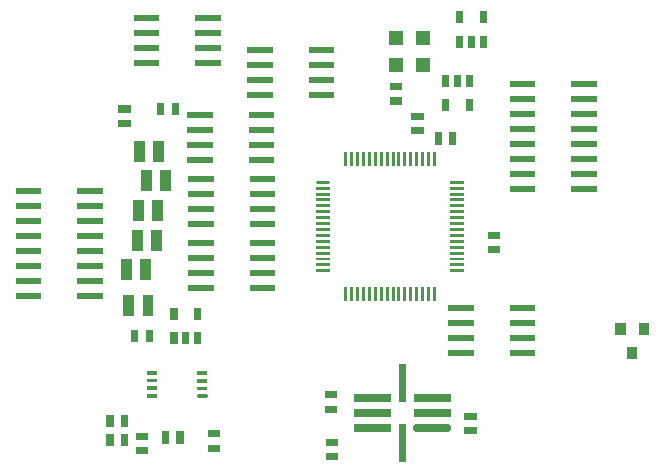
<source format=gbr>
G04 start of page 10 for group -4015 idx -4015
G04 Title: stribog.main_board, toppaste *
G04 Creator: pcb 20070208 *
G04 CreationDate: Sun Apr  6 09:45:45 2008 UTC *
G04 For: dti *
G04 Format: Gerber/RS-274X *
G04 PCB-Dimensions: 236220 157480 *
G04 PCB-Coordinate-Origin: lower left *
%MOIN*%
%FSLAX24Y24*%
%LNFRONTPASTE*%
%ADD15C,0.0250*%
%ADD16C,0.0098*%
%ADD20R,0.0240X0.0240*%
%ADD21R,0.0200X0.0200*%
%ADD26R,0.0340X0.0340*%
%ADD33C,0.0120*%
%ADD35R,0.0500X0.0500*%
%ADD36R,0.0360X0.0360*%
%ADD37R,0.0098X0.0098*%
%ADD38R,0.0250X0.0250*%
%ADD39R,0.0120X0.0120*%
G54D20*X4405Y1861D02*Y1681D01*
X4885Y1861D02*Y1681D01*
X4405Y1231D02*Y1051D01*
X4885Y1231D02*Y1051D01*
X6578Y12255D02*Y12075D01*
X6098Y12255D02*Y12075D01*
G54D26*X22204Y4872D02*Y4812D01*
X21424Y4872D02*Y4812D01*
X21814Y4052D02*Y3992D01*
G54D35*X13950Y14548D03*
Y13648D03*
G54D20*X14555Y11452D02*X14735D01*
X14555Y11932D02*X14735D01*
G54D35*X14850Y14548D03*
Y13648D03*
G54D20*X13847Y12437D02*X14027D01*
X13847Y12917D02*X14027D01*
G54D36*X5388Y10918D02*Y10578D01*
X6028Y10918D02*Y10578D01*
X5309Y7965D02*Y7625D01*
X5949Y7965D02*Y7625D01*
X5349Y8949D02*Y8609D01*
X5989Y8949D02*Y8609D01*
X4955Y6981D02*Y6641D01*
X5595Y6981D02*Y6641D01*
G54D21*X3416Y5927D02*X4066D01*
X3416Y6427D02*X4066D01*
X3416Y6927D02*X4066D01*
X3416Y7427D02*X4066D01*
X3416Y7927D02*X4066D01*
X3416Y8427D02*X4066D01*
X3416Y8927D02*X4066D01*
X3416Y9427D02*X4066D01*
X1366D02*X2016D01*
X1366Y8927D02*X2016D01*
X1366Y8427D02*X2016D01*
X1366Y7927D02*X2016D01*
X1366Y7427D02*X2016D01*
X1366Y6927D02*X2016D01*
X1366Y6427D02*X2016D01*
X1366Y5927D02*X2016D01*
G54D36*X5034Y5799D02*Y5459D01*
X5674Y5799D02*Y5459D01*
G54D20*X4791Y11689D02*X4971D01*
X4791Y12169D02*X4971D01*
G54D21*X7075Y11970D02*X7725D01*
X7075Y11470D02*X7725D01*
X7075Y10970D02*X7725D01*
X7075Y10470D02*X7725D01*
X9125D02*X9775D01*
X9125Y10970D02*X9775D01*
X9125Y11470D02*X9775D01*
X9125Y11970D02*X9775D01*
G54D20*X7784Y1342D02*X7964D01*
X7784Y862D02*X7964D01*
G54D21*X11132Y12635D02*X11782D01*
X11132Y13135D02*X11782D01*
X11132Y13635D02*X11782D01*
X11132Y14135D02*X11782D01*
X9082D02*X9732D01*
X9082Y13635D02*X9732D01*
X9082Y13135D02*X9732D01*
X9082Y12635D02*X9732D01*
X7353Y13698D02*X8003D01*
X7353Y14198D02*X8003D01*
X7353Y14698D02*X8003D01*
X7353Y15198D02*X8003D01*
X5303D02*X5953D01*
X5303Y14698D02*X5953D01*
X5303Y14198D02*X5953D01*
X5303Y13698D02*X5953D01*
G54D20*X16843Y15309D02*Y15149D01*
X16063Y15309D02*Y15149D01*
Y14489D02*Y14329D01*
X16453Y14489D02*Y14329D01*
X16843Y14489D02*Y14329D01*
X6736Y1310D02*Y1130D01*
X6256Y1310D02*Y1130D01*
G54D33*X7371Y2598D02*X7591D01*
G54D39*X7371Y2858D02*X7591D01*
X7371Y3108D02*X7591D01*
X7371Y3368D02*X7591D01*
X5701Y3378D02*X5921D01*
X5701Y3118D02*X5921D01*
X5701Y2868D02*X5921D01*
X5701Y2608D02*X5921D01*
G54D20*X15598Y12370D02*Y12210D01*
X16378Y12370D02*Y12210D01*
Y13190D02*Y13030D01*
X15988Y13190D02*Y13030D01*
X15598Y13190D02*Y13030D01*
X15830Y11271D02*Y11091D01*
X15350Y11271D02*Y11091D01*
G54D36*X5624Y9973D02*Y9633D01*
X6264Y9973D02*Y9633D01*
G54D21*X15775Y5553D02*X16425D01*
X15775Y5053D02*X16425D01*
X15775Y4553D02*X16425D01*
X15775Y4053D02*X16425D01*
X17825D02*X18475D01*
X17825Y4553D02*X18475D01*
X17825Y5053D02*X18475D01*
X17825Y5553D02*X18475D01*
G54D20*X11721Y586D02*X11901D01*
X11721Y1066D02*X11901D01*
G54D16*X11315Y9730D02*X11685D01*
G54D37*X11315Y9533D02*X11685D01*
X11315Y9336D02*X11685D01*
X11315Y9139D02*X11685D01*
X11315Y8943D02*X11685D01*
X11315Y8746D02*X11685D01*
X11315Y8549D02*X11685D01*
X11315Y8352D02*X11685D01*
X11315Y8155D02*X11685D01*
X11315Y7958D02*X11685D01*
X11315Y7761D02*X11685D01*
X11315Y7565D02*X11685D01*
X11315Y7368D02*X11685D01*
X11315Y7171D02*X11685D01*
X11315Y6974D02*X11685D01*
X11315Y6777D02*X11685D01*
X12265Y6200D02*Y5830D01*
X12462Y6200D02*Y5830D01*
X12659Y6200D02*Y5830D01*
X12856Y6200D02*Y5830D01*
X13053Y6200D02*Y5830D01*
X13249Y6200D02*Y5830D01*
X13446Y6200D02*Y5830D01*
X13643Y6200D02*Y5830D01*
X13840Y6200D02*Y5830D01*
X14037Y6200D02*Y5830D01*
X14234Y6200D02*Y5830D01*
X14431Y6200D02*Y5830D01*
X14627Y6200D02*Y5830D01*
X14824Y6200D02*Y5830D01*
X15021Y6200D02*Y5830D01*
X15218Y6200D02*Y5830D01*
X15795Y6777D02*X16165D01*
X15795Y6974D02*X16165D01*
X15795Y7171D02*X16165D01*
X15795Y7368D02*X16165D01*
X15795Y7565D02*X16165D01*
X15795Y7761D02*X16165D01*
X15795Y7958D02*X16165D01*
X15795Y8155D02*X16165D01*
X15795Y8352D02*X16165D01*
X15795Y8549D02*X16165D01*
X15795Y8746D02*X16165D01*
X15795Y8943D02*X16165D01*
X15795Y9139D02*X16165D01*
X15795Y9336D02*X16165D01*
X15795Y9533D02*X16165D01*
X15795Y9730D02*X16165D01*
X15218Y10680D02*Y10310D01*
X15021Y10680D02*Y10310D01*
X14824Y10680D02*Y10310D01*
X14627Y10680D02*Y10310D01*
X14431Y10680D02*Y10310D01*
X14234Y10680D02*Y10310D01*
X14037Y10680D02*Y10310D01*
X13840Y10680D02*Y10310D01*
X13643Y10680D02*Y10310D01*
X13446Y10680D02*Y10310D01*
X13249Y10680D02*Y10310D01*
X13053Y10680D02*Y10310D01*
X12856Y10680D02*Y10310D01*
X12659Y10680D02*Y10310D01*
X12462Y10680D02*Y10310D01*
X12265Y10680D02*Y10310D01*
G54D20*X16327Y1452D02*X16507D01*
X16327Y1932D02*X16507D01*
X17114Y7476D02*X17294D01*
X17114Y7956D02*X17294D01*
X7315Y5427D02*Y5267D01*
X6535Y5427D02*Y5267D01*
Y4607D02*Y4447D01*
X6925Y4607D02*Y4447D01*
X7315Y4607D02*Y4447D01*
X5382Y783D02*X5562D01*
X5382Y1263D02*X5562D01*
G54D21*X7114Y9844D02*X7764D01*
X7114Y9344D02*X7764D01*
X7114Y8844D02*X7764D01*
X7114Y8344D02*X7764D01*
X9164D02*X9814D01*
X9164Y8844D02*X9814D01*
X9164Y9344D02*X9814D01*
X9164Y9844D02*X9814D01*
G54D20*X5232Y4696D02*Y4516D01*
X5712Y4696D02*Y4516D01*
G54D21*X19873Y9509D02*X20523D01*
X19873Y10009D02*X20523D01*
X19873Y10509D02*X20523D01*
X19873Y11009D02*X20523D01*
X19873Y11509D02*X20523D01*
X19873Y12009D02*X20523D01*
X19873Y12509D02*X20523D01*
X19873Y13009D02*X20523D01*
X17823D02*X18473D01*
X17823Y12509D02*X18473D01*
X17823Y12009D02*X18473D01*
X17823Y11509D02*X18473D01*
X17823Y11009D02*X18473D01*
X17823Y10509D02*X18473D01*
X17823Y10009D02*X18473D01*
X17823Y9509D02*X18473D01*
G54D38*X14154Y1538D02*Y538D01*
X12654Y2538D02*X13654D01*
X12654Y2038D02*X13654D01*
X12654Y1538D02*X13654D01*
X14154Y3538D02*Y2538D01*
X14654D02*X15654D01*
X14654Y2038D02*X15654D01*
G54D15*X14654Y1538D02*X15654D01*
G54D20*X11681Y2161D02*X11861D01*
X11681Y2641D02*X11861D01*
G54D21*X7114Y7718D02*X7764D01*
X7114Y7218D02*X7764D01*
X7114Y6718D02*X7764D01*
X7114Y6218D02*X7764D01*
X9164D02*X9814D01*
X9164Y6718D02*X9814D01*
X9164Y7218D02*X9814D01*
X9164Y7718D02*X9814D01*
M02*

</source>
